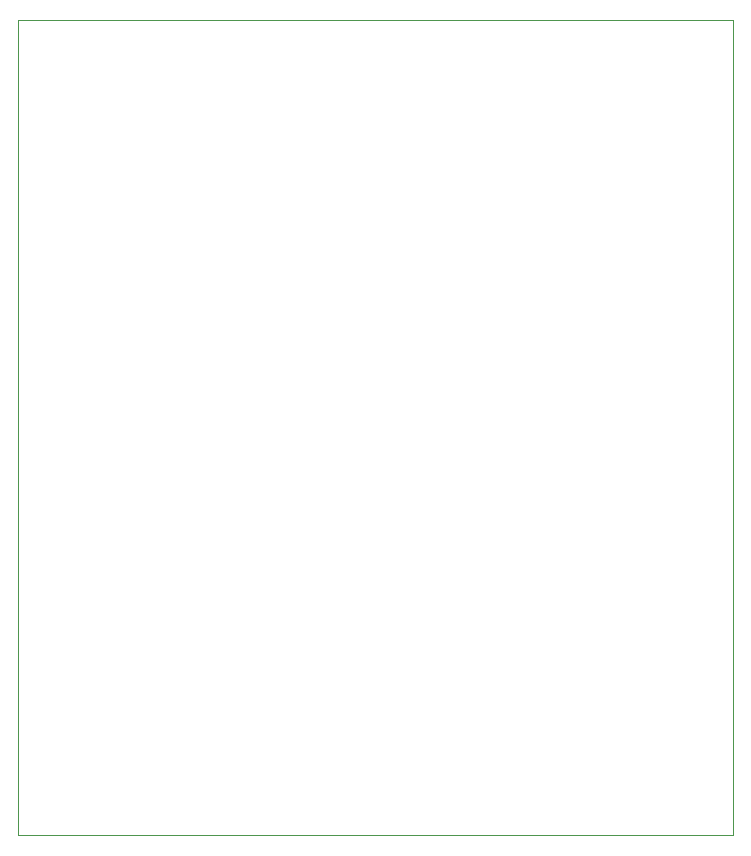
<source format=gm1>
%TF.GenerationSoftware,KiCad,Pcbnew,9.0.4*%
%TF.CreationDate,2025-09-14T16:43:00+08:00*%
%TF.ProjectId,YUV Circuit,59555620-4369-4726-9375-69742e6b6963,rev?*%
%TF.SameCoordinates,Original*%
%TF.FileFunction,Profile,NP*%
%FSLAX46Y46*%
G04 Gerber Fmt 4.6, Leading zero omitted, Abs format (unit mm)*
G04 Created by KiCad (PCBNEW 9.0.4) date 2025-09-14 16:43:00*
%MOMM*%
%LPD*%
G01*
G04 APERTURE LIST*
%TA.AperFunction,Profile*%
%ADD10C,0.050000*%
%TD*%
G04 APERTURE END LIST*
D10*
X139500000Y-77000000D02*
X200000000Y-77000000D01*
X200000000Y-146000000D01*
X139500000Y-146000000D01*
X139500000Y-77000000D01*
M02*

</source>
